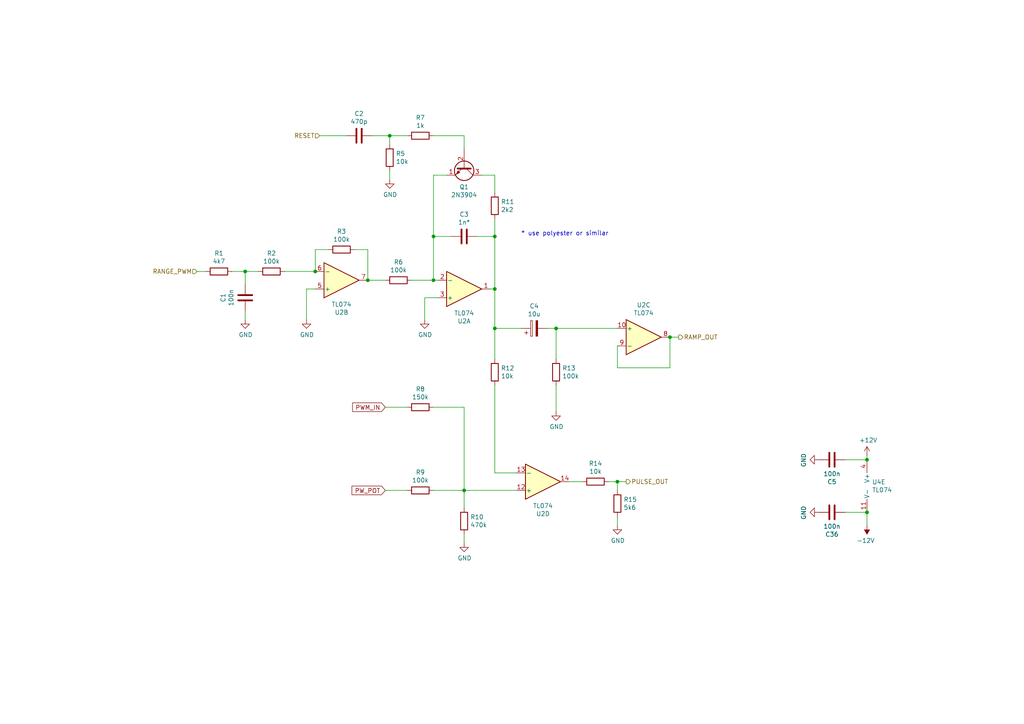
<source format=kicad_sch>
(kicad_sch (version 20230121) (generator eeschema)
  (paper "A4")
  (title_block (title "KOSMO-POLY6-PICO-DCO") (date "2023-03-06") (rev "V0.1.1") (company "Claytune") (comment 1 "From the Original by Jan Knipper AKA PolyKit  https://github.com/polykit/pico-dco") (comment 2 "KOSMO-POLY6-PICO-DCO   https://github.com/twinturbo/KOSMO-POLY6-PICO-DCO") (comment 3 "From the Original by Jan Knipper AKA PolyKit ") (comment 4 "https://github.com/polykit/pico-dco"))
  (lib_symbols
    (symbol "Amplifier_Operational:TL074" (pin_names (offset 0.127))
      (property "Reference" "U" (at 0 5.08 0))
      (property "Value" "TL074" (at 0 -5.08 0))
      (symbol "TL074_1_1"
        (polyline (pts (xy -5.08 5.08) (xy 5.08 0) (xy -5.08 -5.08) (xy -5.08 5.08)) (stroke (width 0.254)) (fill (type background)))
        (pin output line (at 7.62 0 180) (length 2.54) (name "~") (number "1"))
        (pin input line (at -7.62 -2.54 0) (length 2.54) (name "-") (number "2"))
        (pin input line (at -7.62 2.54 0) (length 2.54) (name "+") (number "3"))
      )
      (symbol "TL074_2_1"
        (polyline (pts (xy -5.08 5.08) (xy 5.08 0) (xy -5.08 -5.08) (xy -5.08 5.08)) (stroke (width 0.254)) (fill (type background)))
        (pin input line (at -7.62 2.54 0) (length 2.54) (name "+") (number "5"))
        (pin input line (at -7.62 -2.54 0) (length 2.54) (name "-") (number "6"))
        (pin output line (at 7.62 0 180) (length 2.54) (name "~") (number "7"))
      )
      (symbol "TL074_3_1"
        (polyline (pts (xy -5.08 5.08) (xy 5.08 0) (xy -5.08 -5.08) (xy -5.08 5.08)) (stroke (width 0.254)) (fill (type background)))
        (pin input line (at -7.62 2.54 0) (length 2.54) (name "+") (number "10"))
        (pin output line (at 7.62 0 180) (length 2.54) (name "~") (number "8"))
        (pin input line (at -7.62 -2.54 0) (length 2.54) (name "-") (number "9"))
      )
      (symbol "TL074_4_1"
        (polyline (pts (xy -5.08 5.08) (xy 5.08 0) (xy -5.08 -5.08) (xy -5.08 5.08)) (stroke (width 0.254)) (fill (type background)))
        (pin input line (at -7.62 2.54 0) (length 2.54) (name "+") (number "12"))
        (pin input line (at -7.62 -2.54 0) (length 2.54) (name "-") (number "13"))
        (pin output line (at 7.62 0 180) (length 2.54) (name "~") (number "14"))
      )
      (symbol "TL074_5_1"
        (pin power_in line (at -2.54 -7.62 90) (length 3.81) (name "V-") (number "11"))
        (pin power_in line (at -2.54 7.62 270) (length 3.81) (name "V+") (number "4"))
      )
    )
    (symbol "Device:C" (pin_numbers hide) (pin_names (offset 0.254))
      (property "Reference" "C" (at 0.635 2.54 0))
      (property "Value" "C" (at 0.635 -2.54 0))
      (symbol "C_0_1"
        (polyline (pts (xy -2.032 -0.762) (xy 2.032 -0.762)) (stroke (width 0.508)))
        (polyline (pts (xy -2.032 0.762) (xy 2.032 0.762)) (stroke (width 0.508)))
      )
      (symbol "C_1_1"
        (pin passive line (at 0 3.81 270) (length 2.794) (name "~") (number "1"))
        (pin passive line (at 0 -3.81 90) (length 2.794) (name "~") (number "2"))
      )
    )
    (symbol "Device:R" (pin_numbers hide) (pin_names (offset 0))
      (property "Reference" "R" (at 2.032 0 90))
      (property "Value" "R" (at 0 0 90))
      (symbol "R_0_1"
        (rectangle (start -1.016 -2.54) (end 1.016 2.54) (stroke (width 0.254)))
      )
      (symbol "R_1_1"
        (pin passive line (at 0 3.81 270) (length 1.27) (name "~") (number "1"))
        (pin passive line (at 0 -3.81 90) (length 1.27) (name "~") (number "2"))
      )
    )
    (symbol "KOSMO-POLY6-PICO-DCO-MB-rescue:CP-Device" (pin_numbers hide) (pin_names (offset 0.254))
      (property "Reference" "C" (at 0.635 2.54 0))
      (property "Value" "Device_CP" (at 0.635 -2.54 0))
      (symbol "CP-Device_0_1"
        (rectangle (start -2.286 0.508) (end 2.286 1.016))
        (polyline (pts (xy -1.778 2.286) (xy -0.762 2.286)))
        (polyline (pts (xy -1.27 2.794) (xy -1.27 1.778)))
        (rectangle (start 2.286 -0.508) (end -2.286 -1.016) (fill (type outline)))
      )
      (symbol "CP-Device_1_1"
        (pin passive line (at 0 3.81 270) (length 2.794) (name "~") (number "1"))
        (pin passive line (at 0 -3.81 90) (length 2.794) (name "~") (number "2"))
      )
    )
    (symbol "Transistor_BJT:2N3904" (pin_names (offset 0) hide)
      (property "Reference" "Q" (at 5.08 1.905 0))
      (property "Value" "2N3904" (at 5.08 0 0))
      (symbol "2N3904_0_1"
        (polyline (pts (xy 0.635 0.635) (xy 2.54 2.54)))
        (polyline (pts (xy 0.635 -0.635) (xy 2.54 -2.54) (xy 2.54 -2.54)))
        (polyline (pts (xy 0.635 1.905) (xy 0.635 -1.905) (xy 0.635 -1.905)) (stroke (width 0.508)))
        (polyline (pts (xy 1.27 -1.778) (xy 1.778 -1.27) (xy 2.286 -2.286) (xy 1.27 -1.778) (xy 1.27 -1.778)) (fill (type outline)))
        (circle (center 1.27 0) (radius 2.8194) (stroke (width 0.254)))
      )
      (symbol "2N3904_1_1"
        (pin passive line (at 2.54 -5.08 90) (length 2.54) (name "E") (number "1"))
        (pin passive line (at -5.08 0 0) (length 5.715) (name "B") (number "2"))
        (pin passive line (at 2.54 5.08 270) (length 2.54) (name "C") (number "3"))
      )
    )
    (symbol "power:+12V" (power) (pin_names (offset 0))
      (property "Value" "+12V" (at 0 3.556 0))
      (symbol "+12V_0_1"
        (polyline (pts (xy -0.762 1.27) (xy 0 2.54)))
        (polyline (pts (xy 0 0) (xy 0 2.54)))
        (polyline (pts (xy 0 2.54) (xy 0.762 1.27)))
      )
      (symbol "+12V_1_1"
        (pin power_in line (at 0 0 90) (length 0) hide (name "+12V") (number "1"))
      )
    )
    (symbol "power:-12V" (power) (pin_names (offset 0))
      (property "Value" "-12V" (at 0 3.81 0))
      (symbol "-12V_0_0"
        (pin power_in line (at 0 0 90) (length 0) hide (name "-12V") (number "1"))
      )
      (symbol "-12V_0_1"
        (polyline (pts (xy 0 0) (xy 0 1.27) (xy 0.762 1.27) (xy 0 2.54) (xy -0.762 1.27) (xy 0 1.27)) (fill (type outline)))
      )
    )
    (symbol "power:GND" (power) (pin_names (offset 0))
      (property "Value" "GND" (at 0 -3.81 0))
      (symbol "GND_0_1"
        (polyline (pts (xy 0 0) (xy 0 -1.27) (xy 1.27 -1.27) (xy 0 -2.54) (xy -1.27 -1.27) (xy 0 -1.27)))
      )
      (symbol "GND_1_1"
        (pin power_in line (at 0 0 270) (length 0) hide (name "GND") (number "1"))
      )
    )
  )
  (junction (at 194.31 97.79))
  (junction (at 106.68 81.28))
  (junction (at 125.73 81.28))
  (junction (at 179.07 139.7))
  (junction (at 251.46 148.59))
  (junction (at 161.29 95.25))
  (junction (at 113.03 39.37))
  (junction (at 143.51 68.58))
  (junction (at 143.51 95.25))
  (junction (at 71.12 78.74))
  (junction (at 134.62 142.24))
  (junction (at 125.73 68.58))
  (junction (at 251.46 133.35))
  (junction (at 91.44 78.74))
  (junction (at 143.51 83.82))
  (wire (pts (xy 111.76 118.11) (xy 118.11 118.11)))
  (wire (pts (xy 179.07 100.33) (xy 179.07 106.68)))
  (wire (pts (xy 158.75 95.25) (xy 161.29 95.25)))
  (wire (pts (xy 143.51 55.88) (xy 143.51 50.8)))
  (wire (pts (xy 143.51 68.58) (xy 138.43 68.58)))
  (wire (pts (xy 107.95 39.37) (xy 113.03 39.37)))
  (wire (pts (xy 134.62 118.11) (xy 134.62 142.24)))
  (wire (pts (xy 143.51 137.16) (xy 143.51 111.76)))
  (wire (pts (xy 245.11 133.35) (xy 251.46 133.35)))
  (wire (pts (xy 125.73 39.37) (xy 134.62 39.37)))
  (wire (pts (xy 176.53 139.7) (xy 179.07 139.7)))
  (wire (pts (xy 179.07 152.4) (xy 179.07 149.86)))
  (wire (pts (xy 119.38 81.28) (xy 125.73 81.28)))
  (wire (pts (xy 91.44 72.39) (xy 91.44 78.74)))
  (wire (pts (xy 125.73 68.58) (xy 125.73 81.28)))
  (wire (pts (xy 102.87 72.39) (xy 106.68 72.39)))
  (wire (pts (xy 91.44 83.82) (xy 88.9 83.82)))
  (wire (pts (xy 194.31 97.79) (xy 196.85 97.79)))
  (wire (pts (xy 161.29 95.25) (xy 161.29 104.14)))
  (wire (pts (xy 134.62 118.11) (xy 125.73 118.11)))
  (wire (pts (xy 129.54 50.8) (xy 125.73 50.8)))
  (wire (pts (xy 251.46 148.59) (xy 251.46 152.4)))
  (wire (pts (xy 179.07 142.24) (xy 179.07 139.7)))
  (wire (pts (xy 134.62 154.94) (xy 134.62 157.48)))
  (wire (pts (xy 143.51 68.58) (xy 143.51 63.5)))
  (wire (pts (xy 95.25 72.39) (xy 91.44 72.39)))
  (wire (pts (xy 149.86 142.24) (xy 134.62 142.24)))
  (wire (pts (xy 92.71 39.37) (xy 100.33 39.37)))
  (wire (pts (xy 161.29 95.25) (xy 179.07 95.25)))
  (wire (pts (xy 106.68 81.28) (xy 111.76 81.28)))
  (wire (pts (xy 71.12 78.74) (xy 74.93 78.74)))
  (wire (pts (xy 143.51 95.25) (xy 143.51 104.14)))
  (wire (pts (xy 194.31 106.68) (xy 194.31 97.79)))
  (wire (pts (xy 165.1 139.7) (xy 168.91 139.7)))
  (wire (pts (xy 161.29 111.76) (xy 161.29 119.38)))
  (wire (pts (xy 67.31 78.74) (xy 71.12 78.74)))
  (wire (pts (xy 71.12 82.55) (xy 71.12 78.74)))
  (wire (pts (xy 111.76 142.24) (xy 118.11 142.24)))
  (wire (pts (xy 82.55 78.74) (xy 91.44 78.74)))
  (wire (pts (xy 125.73 68.58) (xy 130.81 68.58)))
  (wire (pts (xy 179.07 106.68) (xy 194.31 106.68)))
  (wire (pts (xy 127 86.36) (xy 123.19 86.36)))
  (wire (pts (xy 113.03 39.37) (xy 118.11 39.37)))
  (wire (pts (xy 125.73 50.8) (xy 125.73 68.58)))
  (wire (pts (xy 134.62 142.24) (xy 125.73 142.24)))
  (wire (pts (xy 71.12 90.17) (xy 71.12 92.71)))
  (wire (pts (xy 142.24 83.82) (xy 143.51 83.82)))
  (wire (pts (xy 143.51 95.25) (xy 151.13 95.25)))
  (wire (pts (xy 139.7 50.8) (xy 143.51 50.8)))
  (wire (pts (xy 134.62 142.24) (xy 134.62 147.32)))
  (wire (pts (xy 57.15 78.74) (xy 59.69 78.74)))
  (wire (pts (xy 125.73 81.28) (xy 127 81.28)))
  (wire (pts (xy 143.51 83.82) (xy 143.51 68.58)))
  (wire (pts (xy 149.86 137.16) (xy 143.51 137.16)))
  (wire (pts (xy 179.07 139.7) (xy 181.61 139.7)))
  (wire (pts (xy 134.62 39.37) (xy 134.62 43.18)))
  (wire (pts (xy 143.51 83.82) (xy 143.51 95.25)))
  (wire (pts (xy 245.11 148.59) (xy 251.46 148.59)))
  (wire (pts (xy 88.9 83.82) (xy 88.9 92.71)))
  (wire (pts (xy 123.19 86.36) (xy 123.19 92.71)))
  (wire (pts (xy 106.68 72.39) (xy 106.68 81.28)))
  (wire (pts (xy 113.03 49.53) (xy 113.03 52.07)))
  (wire (pts (xy 251.46 132.08) (xy 251.46 133.35)))
  (wire (pts (xy 113.03 41.91) (xy 113.03 39.37)))
  (text "* use polyester or similar" (at 151.13 68.58 0) (effects (font (size 1.27 1.27)) (justify left bottom)))
  (global_label "PWM_IN" (shape input) (at 111.76 118.11 180) (property "Intersheetrefs" "${INTERSHEET_REFS}" (effects hide)))
  (global_label "PW_POT" (shape input) (at 111.76 142.24 180) (property "Intersheetrefs" "${INTERSHEET_REFS}" (effects hide)))
  (hierarchical_label "RESET" (shape input) (at 92.71 39.37 180))
  (hierarchical_label "RAMP_OUT" (shape output) (at 196.85 97.79 0))
  (hierarchical_label "PULSE_OUT" (shape output) (at 181.61 139.7 0))
  (hierarchical_label "RANGE_PWM" (shape input) (at 57.15 78.74 180))
  (symbol (lib_id "Device:R") (at 99.06 72.39 270) (unit 1)
    (property "Reference" "R3" (at 99.06 67.1322 90))
    (property "Value" "100k" (at 99.06 69.4436 90))
    (property "Footprint" "Resistor_THT:R_Axial_DIN0207_L6.3mm_D2.5mm_P2.54mm_Vertical" (effects hide))
    (instances (project "KOSMO-POLY6-PICO-DCO-MB" (path "" (reference "R3") (unit 1)) (path "" (reference "R34") (unit 1)) (path "" (reference "R62") (unit 1)) (path "" (reference "R?") (unit 1)) (path "" (reference "R48") (unit 1)) (path "" (reference "R76") (unit 1)) (path "" (reference "R20") (unit 1))))
  )
  (symbol (lib_id "Device:R") (at 78.74 78.74 270) (unit 1)
    (property "Reference" "R2" (at 78.74 73.4822 90))
    (property "Value" "100k" (at 78.74 75.7936 90))
    (property "Footprint" "Resistor_THT:R_Axial_DIN0207_L6.3mm_D2.5mm_P2.54mm_Vertical" (effects hide))
    (instances (project "KOSMO-POLY6-PICO-DCO-MB" (path "" (reference "R2") (unit 1)) (path "" (reference "R33") (unit 1)) (path "" (reference "R61") (unit 1)) (path "" (reference "R?") (unit 1)) (path "" (reference "R47") (unit 1)) (path "" (reference "R75") (unit 1)) (path "" (reference "R19") (unit 1))))
  )
  (symbol (lib_id "power:GND") (at 88.9 92.71 0) (unit 1)
    (property "Reference" "#PWR0103" (effects hide))
    (property "Value" "GND" (at 89.027 97.1042 0))
    (instances (project "KOSMO-POLY6-PICO-DCO-MB" (path "" (reference "#PWR0103") (unit 1)) (path "" (reference "#PWR0138") (unit 1)) (path "" (reference "#PWR0156") (unit 1)) (path "" (reference "#PWR?") (unit 1)) (path "" (reference "#PWR0147") (unit 1)) (path "" (reference "#PWR0165") (unit 1)) (path "" (reference "#PWR0129") (unit 1))))
  )
  (symbol (lib_id "Amplifier_Operational:TL074") (at 186.69 97.79 0) (unit 3)
    (property "Reference" "U2" (at 186.69 88.4682 0))
    (property "Value" "TL074" (at 186.69 90.7796 0))
    (property "Footprint" "Package_DIP:DIP-14_W7.62mm_Socket_LongPads" (effects hide))
    (property "Datasheet" "http://www.ti.com/lit/ds/symlink/tl071.pdf" (effects hide))
    (instances (project "KOSMO-POLY6-PICO-DCO-MB" (path "" (reference "U2") (unit 3)) (path "" (reference "U5") (unit 3)) (path "" (reference "U7") (unit 3)) (path "" (reference "U?") (unit 3)) (path "" (reference "U6") (unit 3)) (path "" (reference "U8") (unit 3)) (path "" (reference "U4") (unit 3))))
  )
  (symbol (lib_id "power:GND") (at 161.29 119.38 0) (unit 1)
    (property "Reference" "#PWR0104" (effects hide))
    (property "Value" "GND" (at 161.417 123.7742 0))
    (instances (project "KOSMO-POLY6-PICO-DCO-MB" (path "" (reference "#PWR0104") (unit 1)) (path "" (reference "#PWR0139") (unit 1)) (path "" (reference "#PWR0157") (unit 1)) (path "" (reference "#PWR?") (unit 1)) (path "" (reference "#PWR0148") (unit 1)) (path "" (reference "#PWR0166") (unit 1)) (path "" (reference "#PWR0130") (unit 1))))
  )
  (symbol (lib_id "Device:R") (at 161.29 107.95 180) (unit 1)
    (property "Reference" "R13" (at 163.068 106.7816 0) (effects (justify right)))
    (property "Value" "100k" (at 163.068 109.093 0) (effects (justify right)))
    (property "Footprint" "Resistor_THT:R_Axial_DIN0207_L6.3mm_D2.5mm_P2.54mm_Vertical" (effects hide))
    (instances (project "KOSMO-POLY6-PICO-DCO-MB" (path "" (reference "R13") (unit 1)) (path "" (reference "R43") (unit 1)) (path "" (reference "R71") (unit 1)) (path "" (reference "R?") (unit 1)) (path "" (reference "R57") (unit 1)) (path "" (reference "R85") (unit 1)) (path "" (reference "R29") (unit 1))))
  )
  (symbol (lib_id "KOSMO-POLY6-PICO-DCO-MB-rescue:CP-Device") (at 154.94 95.25 90) (unit 1)
    (property "Reference" "C4" (at 154.94 88.773 90))
    (property "Value" "10u" (at 154.94 91.0844 90))
    (property "Footprint" "Capacitor_THT:CP_Radial_D5.0mm_P2.00mm" (effects hide))
    (instances (project "KOSMO-POLY6-PICO-DCO-MB" (path "" (reference "C4") (unit 1)) (path "" (reference "C19") (unit 1)) (path "" (reference "C29") (unit 1)) (path "" (reference "C?") (unit 1)) (path "" (reference "C24") (unit 1)) (path "" (reference "C34") (unit 1)) (path "" (reference "C14") (unit 1))))
  )
  (symbol (lib_id "Amplifier_Operational:TL074") (at 99.06 81.28 0) (mirror x) (unit 2)
    (property "Reference" "U2" (at 99.06 90.6018 0))
    (property "Value" "TL074" (at 99.06 88.2904 0))
    (property "Footprint" "Package_DIP:DIP-14_W7.62mm_Socket_LongPads" (effects hide))
    (property "Datasheet" "http://www.ti.com/lit/ds/symlink/tl071.pdf" (effects hide))
    (instances (project "KOSMO-POLY6-PICO-DCO-MB" (path "" (reference "U2") (unit 2)) (path "" (reference "U5") (unit 2)) (path "" (reference "U7") (unit 2)) (path "" (reference "U?") (unit 2)) (path "" (reference "U6") (unit 2)) (path "" (reference "U8") (unit 2)) (path "" (reference "U4") (unit 2))))
  )
  (symbol (lib_id "power:GND") (at 123.19 92.71 0) (unit 1)
    (property "Reference" "#PWR0105" (effects hide))
    (property "Value" "GND" (at 123.317 97.1042 0))
    (instances (project "KOSMO-POLY6-PICO-DCO-MB" (path "" (reference "#PWR0105") (unit 1)) (path "" (reference "#PWR0140") (unit 1)) (path "" (reference "#PWR0158") (unit 1)) (path "" (reference "#PWR?") (unit 1)) (path "" (reference "#PWR0149") (unit 1)) (path "" (reference "#PWR0167") (unit 1)) (path "" (reference "#PWR0131") (unit 1))))
  )
  (symbol (lib_id "Device:R") (at 115.57 81.28 270) (unit 1)
    (property "Reference" "R6" (at 115.57 76.0222 90))
    (property "Value" "100k" (at 115.57 78.3336 90))
    (property "Footprint" "Resistor_THT:R_Axial_DIN0207_L6.3mm_D2.5mm_P2.54mm_Vertical" (effects hide))
    (instances (project "KOSMO-POLY6-PICO-DCO-MB" (path "" (reference "R6") (unit 1)) (path "" (reference "R36") (unit 1)) (path "" (reference "R64") (unit 1)) (path "" (reference "R?") (unit 1)) (path "" (reference "R50") (unit 1)) (path "" (reference "R78") (unit 1)) (path "" (reference "R22") (unit 1))))
  )
  (symbol (lib_id "Amplifier_Operational:TL074") (at 134.62 83.82 0) (mirror x) (unit 1)
    (property "Reference" "U2" (at 134.62 93.1418 0))
    (property "Value" "TL074" (at 134.62 90.8304 0))
    (property "Footprint" "Package_DIP:DIP-14_W7.62mm_Socket_LongPads" (effects hide))
    (property "Datasheet" "http://www.ti.com/lit/ds/symlink/tl071.pdf" (effects hide))
    (instances (project "KOSMO-POLY6-PICO-DCO-MB" (path "" (reference "U2") (unit 1)) (path "" (reference "U5") (unit 1)) (path "" (reference "U7") (unit 1)) (path "" (reference "U?") (unit 1)) (path "" (reference "U6") (unit 1)) (path "" (reference "U8") (unit 1)) (path "" (reference "U4") (unit 1))))
  )
  (symbol (lib_id "power:GND") (at 113.03 52.07 0) (unit 1)
    (property "Reference" "#PWR0106" (effects hide))
    (property "Value" "GND" (at 113.157 56.4642 0))
    (instances (project "KOSMO-POLY6-PICO-DCO-MB" (path "" (reference "#PWR0106") (unit 1)) (path "" (reference "#PWR0141") (unit 1)) (path "" (reference "#PWR0159") (unit 1)) (path "" (reference "#PWR?") (unit 1)) (path "" (reference "#PWR0150") (unit 1)) (path "" (reference "#PWR0168") (unit 1)) (path "" (reference "#PWR0132") (unit 1))))
  )
  (symbol (lib_id "Device:C") (at 104.14 39.37 270) (unit 1)
    (property "Reference" "C2" (at 104.14 32.9692 90))
    (property "Value" "470p" (at 104.14 35.2806 90))
    (property "Footprint" "Capacitor_THT:C_Rect_L7.2mm_W4.5mm_P5.00mm_FKS2_FKP2_MKS2_MKP2" (effects hide))
    (instances (project "KOSMO-POLY6-PICO-DCO-MB" (path "" (reference "C2") (unit 1)) (path "" (reference "C17") (unit 1)) (path "" (reference "C27") (unit 1)) (path "" (reference "C?") (unit 1)) (path "" (reference "C22") (unit 1)) (path "" (reference "C32") (unit 1)) (path "" (reference "C12") (unit 1))))
  )
  (symbol (lib_id "Device:R") (at 113.03 45.72 0) (unit 1)
    (property "Reference" "R5" (at 114.808 44.5516 0) (effects (justify left)))
    (property "Value" "10k" (at 114.808 46.863 0) (effects (justify left)))
    (property "Footprint" "Resistor_THT:R_Axial_DIN0207_L6.3mm_D2.5mm_P2.54mm_Vertical" (effects hide))
    (instances (project "KOSMO-POLY6-PICO-DCO-MB" (path "" (reference "R5") (unit 1)) (path "" (reference "R35") (unit 1)) (path "" (reference "R63") (unit 1)) (path "" (reference "R?") (unit 1)) (path "" (reference "R49") (unit 1)) (path "" (reference "R77") (unit 1)) (path "" (reference "R21") (unit 1))))
  )
  (symbol (lib_id "Device:R") (at 121.92 39.37 270) (unit 1)
    (property "Reference" "R7" (at 121.92 34.1122 90))
    (property "Value" "1k" (at 121.92 36.4236 90))
    (property "Footprint" "Resistor_THT:R_Axial_DIN0207_L6.3mm_D2.5mm_P2.54mm_Vertical" (effects hide))
    (instances (project "KOSMO-POLY6-PICO-DCO-MB" (path "" (reference "R7") (unit 1)) (path "" (reference "R37") (unit 1)) (path "" (reference "R65") (unit 1)) (path "" (reference "R?") (unit 1)) (path "" (reference "R51") (unit 1)) (path "" (reference "R79") (unit 1)) (path "" (reference "R23") (unit 1))))
  )
  (symbol (lib_id "Device:R") (at 143.51 59.69 0) (unit 1)
    (property "Reference" "R11" (at 145.288 58.5216 0) (effects (justify left)))
    (property "Value" "2k2" (at 145.288 60.833 0) (effects (justify left)))
    (property "Footprint" "Resistor_THT:R_Axial_DIN0207_L6.3mm_D2.5mm_P2.54mm_Vertical" (effects hide))
    (instances (project "KOSMO-POLY6-PICO-DCO-MB" (path "" (reference "R11") (unit 1)) (path "" (reference "R41") (unit 1)) (path "" (reference "R69") (unit 1)) (path "" (reference "R?") (unit 1)) (path "" (reference "R55") (unit 1)) (path "" (reference "R83") (unit 1)) (path "" (reference "R27") (unit 1))))
  )
  (symbol (lib_id "Device:C") (at 134.62 68.58 270) (unit 1)
    (property "Reference" "C3" (at 134.62 62.1792 90))
    (property "Value" "1n*" (at 134.62 64.4906 90))
    (property "Footprint" "Capacitor_THT:C_Rect_L7.2mm_W4.5mm_P5.00mm_FKS2_FKP2_MKS2_MKP2" (effects hide))
    (instances (project "KOSMO-POLY6-PICO-DCO-MB" (path "" (reference "C3") (unit 1)) (path "" (reference "C18") (unit 1)) (path "" (reference "C28") (unit 1)) (path "" (reference "C?") (unit 1)) (path "" (reference "C23") (unit 1)) (path "" (reference "C33") (unit 1)) (path "" (reference "C13") (unit 1))))
  )
  (symbol (lib_id "Transistor_BJT:2N3904") (at 134.62 48.26 270) (unit 1)
    (property "Reference" "Q1" (at 134.62 54.229 90))
    (property "Value" "2N3904" (at 134.62 56.5404 90))
    (property "Footprint" "Package_TO_SOT_THT:TO-92_Wide" (effects hide))
    (property "Datasheet" "https://www.onsemi.com/pub/Collateral/2N3903-D.PDF" (effects hide))
    (instances (project "KOSMO-POLY6-PICO-DCO-MB" (path "" (reference "Q1") (unit 1)) (path "" (reference "Q3") (unit 1)) (path "" (reference "Q5") (unit 1)) (path "" (reference "Q?") (unit 1)) (path "" (reference "Q4") (unit 1)) (path "" (reference "Q6") (unit 1)) (path "" (reference "Q2") (unit 1))))
  )
  (symbol (lib_id "Amplifier_Operational:TL074") (at 157.48 139.7 0) (mirror x) (unit 4)
    (property "Reference" "U2" (at 157.48 149.0218 0))
    (property "Value" "TL074" (at 157.48 146.7104 0))
    (property "Footprint" "Package_DIP:DIP-14_W7.62mm_Socket_LongPads" (effects hide))
    (property "Datasheet" "http://www.ti.com/lit/ds/symlink/tl071.pdf" (effects hide))
    (instances (project "KOSMO-POLY6-PICO-DCO-MB" (path "" (reference "U2") (unit 4)) (path "" (reference "U5") (unit 4)) (path "" (reference "U7") (unit 4)) (path "" (reference "U?") (unit 4)) (path "" (reference "U6") (unit 4)) (path "" (reference "U8") (unit 4)) (path "" (reference "U4") (unit 4))))
  )
  (symbol (lib_id "Device:R") (at 143.51 107.95 180) (unit 1)
    (property "Reference" "R12" (at 145.288 106.7816 0) (effects (justify right)))
    (property "Value" "10k" (at 145.288 109.093 0) (effects (justify right)))
    (property "Footprint" "Resistor_THT:R_Axial_DIN0207_L6.3mm_D2.5mm_P2.54mm_Vertical" (effects hide))
    (instances (project "KOSMO-POLY6-PICO-DCO-MB" (path "" (reference "R12") (unit 1)) (path "" (reference "R42") (unit 1)) (path "" (reference "R70") (unit 1)) (path "" (reference "R?") (unit 1)) (path "" (reference "R56") (unit 1)) (path "" (reference "R84") (unit 1)) (path "" (reference "R28") (unit 1))))
  )
  (symbol (lib_id "Device:R") (at 134.62 151.13 0) (unit 1)
    (property "Reference" "R10" (at 136.398 149.9616 0) (effects (justify left)))
    (property "Value" "470k" (at 136.398 152.273 0) (effects (justify left)))
    (property "Footprint" "Resistor_THT:R_Axial_DIN0207_L6.3mm_D2.5mm_P2.54mm_Vertical" (effects hide))
    (instances (project "KOSMO-POLY6-PICO-DCO-MB" (path "" (reference "R10") (unit 1)) (path "" (reference "R40") (unit 1)) (path "" (reference "R68") (unit 1)) (path "" (reference "R?") (unit 1)) (path "" (reference "R54") (unit 1)) (path "" (reference "R82") (unit 1)) (path "" (reference "R26") (unit 1))))
  )
  (symbol (lib_id "Device:R") (at 121.92 118.11 90) (unit 1)
    (property "Reference" "R8" (at 121.92 112.8522 90))
    (property "Value" "150k" (at 121.92 115.1636 90))
    (property "Footprint" "Resistor_THT:R_Axial_DIN0207_L6.3mm_D2.5mm_P2.54mm_Vertical" (effects hide))
    (instances (project "KOSMO-POLY6-PICO-DCO-MB" (path "" (reference "R8") (unit 1)) (path "" (reference "R38") (unit 1)) (path "" (reference "R66") (unit 1)) (path "" (reference "R?") (unit 1)) (path "" (reference "R52") (unit 1)) (path "" (reference "R80") (unit 1)) (path "" (reference "R24") (unit 1))))
  )
  (symbol (lib_id "Device:R") (at 121.92 142.24 90) (unit 1)
    (property "Reference" "R9" (at 121.92 136.9822 90))
    (property "Value" "100k" (at 121.92 139.2936 90))
    (property "Footprint" "Resistor_THT:R_Axial_DIN0207_L6.3mm_D2.5mm_P2.54mm_Vertical" (effects hide))
    (instances (project "KOSMO-POLY6-PICO-DCO-MB" (path "" (reference "R9") (unit 1)) (path "" (reference "R39") (unit 1)) (path "" (reference "R67") (unit 1)) (path "" (reference "R?") (unit 1)) (path "" (reference "R53") (unit 1)) (path "" (reference "R81") (unit 1)) (path "" (reference "R25") (unit 1))))
  )
  (symbol (lib_id "power:GND") (at 134.62 157.48 0) (unit 1)
    (property "Reference" "#PWR0107" (effects hide))
    (property "Value" "GND" (at 134.747 161.8742 0))
    (instances (project "KOSMO-POLY6-PICO-DCO-MB" (path "" (reference "#PWR0107") (unit 1)) (path "" (reference "#PWR0142") (unit 1)) (path "" (reference "#PWR0160") (unit 1)) (path "" (reference "#PWR?") (unit 1)) (path "" (reference "#PWR0151") (unit 1)) (path "" (reference "#PWR0169") (unit 1)) (path "" (reference "#PWR0133") (unit 1))))
  )
  (symbol (lib_id "Device:R") (at 172.72 139.7 270) (unit 1)
    (property "Reference" "R14" (at 172.72 134.4422 90))
    (property "Value" "10k" (at 172.72 136.7536 90))
    (property "Footprint" "Resistor_THT:R_Axial_DIN0207_L6.3mm_D2.5mm_P2.54mm_Vertical" (effects hide))
    (instances (project "KOSMO-POLY6-PICO-DCO-MB" (path "" (reference "R14") (unit 1)) (path "" (reference "R44") (unit 1)) (path "" (reference "R72") (unit 1)) (path "" (reference "R?") (unit 1)) (path "" (reference "R58") (unit 1)) (path "" (reference "R86") (unit 1)) (path "" (reference "R30") (unit 1))))
  )
  (symbol (lib_id "Device:R") (at 179.07 146.05 0) (unit 1)
    (property "Reference" "R15" (at 180.848 144.8816 0) (effects (justify left)))
    (property "Value" "5k6" (at 180.848 147.193 0) (effects (justify left)))
    (property "Footprint" "Resistor_THT:R_Axial_DIN0207_L6.3mm_D2.5mm_P2.54mm_Vertical" (effects hide))
    (instances (project "KOSMO-POLY6-PICO-DCO-MB" (path "" (reference "R15") (unit 1)) (path "" (reference "R45") (unit 1)) (path "" (reference "R73") (unit 1)) (path "" (reference "R?") (unit 1)) (path "" (reference "R59") (unit 1)) (path "" (reference "R87") (unit 1)) (path "" (reference "R31") (unit 1))))
  )
  (symbol (lib_id "power:GND") (at 179.07 152.4 0) (unit 1)
    (property "Reference" "#PWR0110" (effects hide))
    (property "Value" "GND" (at 179.197 156.7942 0))
    (instances (project "KOSMO-POLY6-PICO-DCO-MB" (path "" (reference "#PWR0110") (unit 1)) (path "" (reference "#PWR0143") (unit 1)) (path "" (reference "#PWR0161") (unit 1)) (path "" (reference "#PWR?") (unit 1)) (path "" (reference "#PWR0152") (unit 1)) (path "" (reference "#PWR0170") (unit 1)) (path "" (reference "#PWR0134") (unit 1))))
  )
  (symbol (lib_id "Device:R") (at 63.5 78.74 270) (unit 1)
    (property "Reference" "R1" (at 63.5 73.4822 90))
    (property "Value" "4k7" (at 63.5 75.7936 90))
    (property "Footprint" "Resistor_THT:R_Axial_DIN0207_L6.3mm_D2.5mm_P2.54mm_Vertical" (effects hide))
    (instances (project "KOSMO-POLY6-PICO-DCO-MB" (path "" (reference "R1") (unit 1)) (path "" (reference "R32") (unit 1)) (path "" (reference "R60") (unit 1)) (path "" (reference "R?") (unit 1)) (path "" (reference "R46") (unit 1)) (path "" (reference "R74") (unit 1)) (path "" (reference "R18") (unit 1))))
  )
  (symbol (lib_id "power:GND") (at 71.12 92.71 0) (unit 1)
    (property "Reference" "#PWR0111" (effects hide))
    (property "Value" "GND" (at 71.247 97.1042 0))
    (instances (project "KOSMO-POLY6-PICO-DCO-MB" (path "" (reference "#PWR0111") (unit 1)) (path "" (reference "#PWR0144") (unit 1)) (path "" (reference "#PWR0162") (unit 1)) (path "" (reference "#PWR?") (unit 1)) (path "" (reference "#PWR0153") (unit 1)) (path "" (reference "#PWR0171") (unit 1)) (path "" (reference "#PWR0135") (unit 1))))
  )
  (symbol (lib_id "Device:C") (at 71.12 86.36 0) (unit 1)
    (property "Reference" "C1" (at 64.7192 86.36 90))
    (property "Value" "100n" (at 67.0306 86.36 90))
    (property "Footprint" "Capacitor_THT:C_Rect_L7.2mm_W4.5mm_P5.00mm_FKS2_FKP2_MKS2_MKP2" (effects hide))
    (instances (project "KOSMO-POLY6-PICO-DCO-MB" (path "" (reference "C1") (unit 1)) (path "" (reference "C16") (unit 1)) (path "" (reference "C26") (unit 1)) (path "" (reference "C?") (unit 1)) (path "" (reference "C21") (unit 1)) (path "" (reference "C31") (unit 1)) (path "" (reference "C11") (unit 1))))
  )
  (symbol (lib_id "Amplifier_Operational:TL074") (at 254 140.97 0) (unit 5)
    (property "Reference" "U4" (at 252.9332 139.8016 0) (effects (justify left)))
    (property "Value" "TL074" (at 252.9332 142.113 0) (effects (justify left)))
    (property "Footprint" "Package_DIP:DIP-14_W7.62mm_Socket_LongPads" (effects hide))
    (property "Datasheet" "http://www.ti.com/lit/ds/symlink/tl071.pdf" (effects hide))
    (instances (project "KOSMO-POLY6-PICO-DCO-MB" (path "" (reference "U4") (unit 5)) (path "" (reference "U6") (unit 5)) (path "" (reference "U8") (unit 5)) (path "" (reference "U5") (unit 5)) (path "" (reference "U2") (unit 5)) (path "" (reference "U7") (unit 5))))
  )
  (symbol (lib_id "Device:C") (at 241.3 133.35 90) (unit 1)
    (property "Reference" "C5" (at 241.3 139.7508 90))
    (property "Value" "100n" (at 241.3 137.4394 90))
    (property "Footprint" "Capacitor_THT:C_Rect_L7.2mm_W4.5mm_P5.00mm_FKS2_FKP2_MKS2_MKP2" (effects hide))
    (instances (project "KOSMO-POLY6-PICO-DCO-MB" (path "" (reference "C5") (unit 1)) (path "" (reference "C20") (unit 1)) (path "" (reference "C30") (unit 1)) (path "" (reference "C?") (unit 1)) (path "" (reference "C25") (unit 1)) (path "" (reference "C35") (unit 1)) (path "" (reference "C15") (unit 1))))
  )
  (symbol (lib_id "power:+12V") (at 251.46 132.08 0) (unit 1)
    (property "Reference" "#PWR0136" (effects hide))
    (property "Value" "+12V" (at 251.841 127.6858 0))
    (instances (project "KOSMO-POLY6-PICO-DCO-MB" (path "" (reference "#PWR0136") (unit 1)) (path "" (reference "#PWR0154") (unit 1)) (path "" (reference "#PWR0172") (unit 1)) (path "" (reference "#PWR0145") (unit 1)) (path "" (reference "#PWR0121") (unit 1)) (path "" (reference "#PWR0163") (unit 1))))
  )
  (symbol (lib_id "power:-12V") (at 251.46 152.4 180) (unit 1)
    (property "Reference" "#PWR0137" (effects hide))
    (property "Value" "-12V" (at 251.079 156.7942 0))
    (instances (project "KOSMO-POLY6-PICO-DCO-MB" (path "" (reference "#PWR0137") (unit 1)) (path "" (reference "#PWR0155") (unit 1)) (path "" (reference "#PWR0173") (unit 1)) (path "" (reference "#PWR0146") (unit 1)) (path "" (reference "#PWR0128") (unit 1)) (path "" (reference "#PWR0164") (unit 1))))
  )
  (symbol (lib_id "power:GND") (at 237.49 133.35 270) (unit 1)
    (property "Reference" "#PWR0190" (effects hide))
    (property "Value" "GND" (at 233.0958 133.477 0))
    (instances (project "KOSMO-POLY6-PICO-DCO-MB" (path "" (reference "#PWR0190") (unit 1)) (path "" (reference "#PWR0194") (unit 1)) (path "" (reference "#PWR0198") (unit 1)) (path "" (reference "#PWR?") (unit 1)) (path "" (reference "#PWR0196") (unit 1)) (path "" (reference "#PWR0200") (unit 1)) (path "" (reference "#PWR0192") (unit 1))))
  )
  (symbol (lib_id "Device:C") (at 241.3 148.59 90) (unit 1)
    (property "Reference" "C36" (at 241.3 154.9908 90))
    (property "Value" "100n" (at 241.3 152.6794 90))
    (property "Footprint" "Capacitor_THT:C_Rect_L7.2mm_W4.5mm_P5.00mm_FKS2_FKP2_MKS2_MKP2" (effects hide))
    (instances (project "KOSMO-POLY6-PICO-DCO-MB" (path "" (reference "C36") (unit 1)) (path "" (reference "C38") (unit 1)) (path "" (reference "C40") (unit 1)) (path "" (reference "C?") (unit 1)) (path "" (reference "C39") (unit 1)) (path "" (reference "C41") (unit 1)) (path "" (reference "C37") (unit 1))))
  )
  (symbol (lib_id "power:GND") (at 237.49 148.59 270) (unit 1)
    (property "Reference" "#PWR0191" (effects hide))
    (property "Value" "GND" (at 233.0958 148.717 0))
    (instances (project "KOSMO-POLY6-PICO-DCO-MB" (path "" (reference "#PWR0191") (unit 1)) (path "" (reference "#PWR0195") (unit 1)) (path "" (reference "#PWR0199") (unit 1)) (path "" (reference "#PWR?") (unit 1)) (path "" (reference "#PWR0197") (unit 1)) (path "" (reference "#PWR0201") (unit 1)) (path "" (reference "#PWR0193") (unit 1))))
  )
)
</source>
